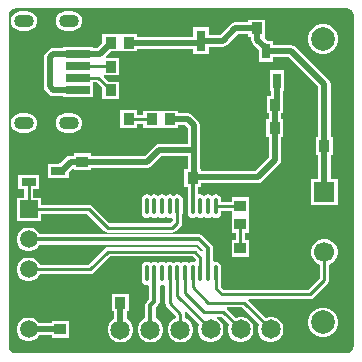
<source format=gtl>
G04*
G04 #@! TF.GenerationSoftware,Altium Limited,Altium Designer,21.6.1 (37)*
G04*
G04 Layer_Physical_Order=1*
G04 Layer_Color=16711680*
%FSLAX25Y25*%
%MOIN*%
G70*
G04*
G04 #@! TF.SameCoordinates,623A30CF-433B-4B46-B165-7DC5B4DDAD39*
G04*
G04*
G04 #@! TF.FilePolarity,Positive*
G04*
G01*
G75*
%ADD10C,0.01000*%
%ADD34R,0.03661X0.03858*%
%ADD35R,0.03858X0.03661*%
%ADD36R,0.04921X0.02756*%
%ADD37R,0.07874X0.03150*%
%ADD38R,0.07874X0.02992*%
%ADD39R,0.07874X0.02756*%
%ADD40R,0.02756X0.04921*%
%ADD41O,0.03150X0.07087*%
%ADD42R,0.03150X0.07087*%
%ADD43O,0.01378X0.05906*%
%ADD44C,0.01968*%
%ADD45C,0.01378*%
%ADD46R,0.06693X0.06693*%
%ADD47C,0.06693*%
%ADD48C,0.07874*%
%ADD49O,0.06693X0.04331*%
%ADD50C,0.05906*%
%ADD51R,0.05906X0.05906*%
%ADD52R,0.06496X0.06496*%
%ADD53C,0.06496*%
%ADD54C,0.01968*%
G36*
X115105Y116422D02*
X115894Y115894D01*
X116422Y115105D01*
X116594Y114239D01*
X116581Y114173D01*
Y3937D01*
X116594Y3871D01*
X116422Y3006D01*
X115894Y2216D01*
X115105Y1688D01*
X114239Y1516D01*
X114173Y1529D01*
X3937D01*
X3871Y1516D01*
X3006Y1688D01*
X2216Y2216D01*
X1688Y3006D01*
X1516Y3871D01*
X1529Y3937D01*
Y114173D01*
X1516Y114239D01*
X1688Y115105D01*
X2216Y115894D01*
X3006Y116422D01*
X3871Y116594D01*
X3937Y116581D01*
X114173D01*
X114239Y116594D01*
X115105Y116422D01*
D02*
G37*
%LPC*%
G36*
X22742Y115508D02*
X20380D01*
X19553Y115400D01*
X18783Y115081D01*
X18122Y114573D01*
X17615Y113912D01*
X17296Y113142D01*
X17187Y112316D01*
X17296Y111489D01*
X17615Y110719D01*
X18122Y110058D01*
X18783Y109551D01*
X19553Y109232D01*
X20380Y109123D01*
X22742D01*
X23568Y109232D01*
X24338Y109551D01*
X24999Y110058D01*
X25507Y110719D01*
X25826Y111489D01*
X25934Y112316D01*
X25826Y113142D01*
X25507Y113912D01*
X24999Y114573D01*
X24338Y115081D01*
X23568Y115400D01*
X22742Y115508D01*
D02*
G37*
G36*
X7781D02*
X5419D01*
X4593Y115400D01*
X3823Y115081D01*
X3161Y114573D01*
X2654Y113912D01*
X2335Y113142D01*
X2226Y112316D01*
X2335Y111489D01*
X2654Y110719D01*
X3161Y110058D01*
X3823Y109551D01*
X4593Y109232D01*
X5419Y109123D01*
X7781D01*
X8607Y109232D01*
X9377Y109551D01*
X10039Y110058D01*
X10546Y110719D01*
X10865Y111489D01*
X10974Y112316D01*
X10865Y113142D01*
X10546Y113912D01*
X10039Y114573D01*
X9377Y115081D01*
X8607Y115400D01*
X7781Y115508D01*
D02*
G37*
G36*
X87073Y112763D02*
X81411D01*
Y111857D01*
X77034D01*
X76260Y111703D01*
X75603Y111265D01*
X72103Y107764D01*
X68185D01*
Y110284D01*
X63035D01*
Y107092D01*
X44414D01*
Y107998D01*
X38851D01*
X38753Y107998D01*
X38351D01*
X38253Y107998D01*
X32690D01*
Y105000D01*
X31005Y103315D01*
X29647D01*
Y103788D01*
X19773D01*
Y103315D01*
X16453D01*
X15679Y103161D01*
X15023Y102723D01*
X13869Y101570D01*
X13431Y100913D01*
X13277Y100139D01*
Y90477D01*
X13431Y89702D01*
X13869Y89046D01*
X15023Y87893D01*
X15679Y87454D01*
X16453Y87300D01*
X19773D01*
Y86828D01*
X29647D01*
Y91810D01*
X30822D01*
X32690Y89943D01*
Y86247D01*
X38351D01*
Y92106D01*
X34853D01*
X33227Y93731D01*
X33418Y94193D01*
X38351D01*
Y100051D01*
X34116D01*
X33925Y100514D01*
X35551Y102139D01*
X38253D01*
X38351Y102139D01*
X38753D01*
X38851Y102139D01*
X44414D01*
Y103045D01*
X63035D01*
Y101198D01*
X68185D01*
Y103718D01*
X72941D01*
X73715Y103872D01*
X74371Y104310D01*
X77872Y107811D01*
X81411D01*
Y106905D01*
X82425D01*
Y106105D01*
X82579Y105331D01*
X83018Y104675D01*
X84895Y102797D01*
Y98737D01*
X89651D01*
Y100174D01*
X94964D01*
X104777Y90362D01*
Y73529D01*
X103969D01*
Y67671D01*
X104777D01*
Y59547D01*
X102453D01*
Y50854D01*
X111146D01*
Y59547D01*
X108823D01*
Y67671D01*
X109631D01*
Y73529D01*
X108823D01*
Y91200D01*
X108669Y91974D01*
X108230Y92631D01*
X97233Y103628D01*
X96577Y104067D01*
X95802Y104221D01*
X89651D01*
Y105658D01*
X87757D01*
X86908Y106507D01*
X87073Y106905D01*
X87073D01*
Y112763D01*
D02*
G37*
G36*
X106949Y111236D02*
X105649D01*
X104394Y110900D01*
X103268Y110250D01*
X102349Y109331D01*
X101699Y108205D01*
X101362Y106949D01*
Y105649D01*
X101699Y104394D01*
X102349Y103268D01*
X103268Y102349D01*
X104394Y101699D01*
X105649Y101362D01*
X106949D01*
X108205Y101699D01*
X109331Y102349D01*
X110250Y103268D01*
X110900Y104394D01*
X111236Y105649D01*
Y106949D01*
X110900Y108205D01*
X110250Y109331D01*
X109331Y110250D01*
X108205Y110900D01*
X106949Y111236D01*
D02*
G37*
G36*
X22742Y81493D02*
X20380D01*
X19553Y81384D01*
X18783Y81065D01*
X18122Y80558D01*
X17615Y79896D01*
X17296Y79126D01*
X17187Y78300D01*
X17296Y77474D01*
X17615Y76704D01*
X18122Y76042D01*
X18783Y75535D01*
X19553Y75216D01*
X20380Y75107D01*
X22742D01*
X23568Y75216D01*
X24338Y75535D01*
X24999Y76042D01*
X25507Y76704D01*
X25826Y77474D01*
X25934Y78300D01*
X25826Y79126D01*
X25507Y79896D01*
X24999Y80558D01*
X24338Y81065D01*
X23568Y81384D01*
X22742Y81493D01*
D02*
G37*
G36*
X7781D02*
X5419D01*
X4593Y81384D01*
X3823Y81065D01*
X3161Y80558D01*
X2654Y79896D01*
X2335Y79126D01*
X2226Y78300D01*
X2335Y77474D01*
X2654Y76704D01*
X3161Y76042D01*
X3823Y75535D01*
X4593Y75216D01*
X5419Y75107D01*
X7781D01*
X8607Y75216D01*
X9377Y75535D01*
X10039Y76042D01*
X10546Y76704D01*
X10865Y77474D01*
X10974Y78300D01*
X10865Y79126D01*
X10546Y79896D01*
X10039Y80558D01*
X9377Y81065D01*
X8607Y81384D01*
X7781Y81493D01*
D02*
G37*
G36*
X93392Y95816D02*
X88636D01*
Y88894D01*
X88990D01*
Y87354D01*
X87474D01*
Y81496D01*
X88282D01*
Y79642D01*
X87401D01*
Y73783D01*
X88308D01*
Y66869D01*
X83668Y62230D01*
X65724D01*
Y62829D01*
X65223D01*
Y69300D01*
Y77600D01*
X65069Y78374D01*
X64631Y79031D01*
X62731Y80931D01*
X62074Y81369D01*
X61300Y81523D01*
X58062D01*
Y82429D01*
X52499D01*
X52401Y82429D01*
X51999D01*
X51901Y82429D01*
X46338D01*
Y81029D01*
X44462D01*
Y82529D01*
X38801D01*
Y76671D01*
X44462D01*
Y77971D01*
X46338D01*
Y76571D01*
X51901D01*
X51999Y76571D01*
X52401D01*
X52499Y76571D01*
X58062D01*
Y77477D01*
X60462D01*
X61177Y76762D01*
Y71323D01*
X51600D01*
X50826Y71169D01*
X50169Y70731D01*
X46894Y67455D01*
X29062D01*
Y68262D01*
X23204D01*
Y67455D01*
X22231D01*
X21457Y67301D01*
X20801Y66862D01*
X18756Y64817D01*
X18436D01*
X18241Y64778D01*
X14582D01*
Y60022D01*
X21503D01*
Y61842D01*
X22704Y63043D01*
X23204Y62836D01*
Y62601D01*
X29062D01*
Y63408D01*
X47732D01*
X48506Y63562D01*
X49162Y64001D01*
X52438Y67277D01*
X61177D01*
Y62829D01*
X60063D01*
Y56971D01*
X61172D01*
Y52854D01*
Y48327D01*
X61303Y47668D01*
X61676Y47109D01*
X62235Y46736D01*
X62894Y46605D01*
X63553Y46736D01*
X63781Y46888D01*
X64173Y47079D01*
X64565Y46888D01*
X64794Y46736D01*
X65453Y46605D01*
X66112Y46736D01*
X66340Y46888D01*
X66732Y47079D01*
X67124Y46888D01*
X67353Y46736D01*
X68012Y46605D01*
X68671Y46736D01*
X68899Y46888D01*
X69291Y47079D01*
X69683Y46888D01*
X69912Y46736D01*
X70571Y46605D01*
X71230Y46736D01*
X71789Y47109D01*
X72162Y47668D01*
X72293Y48327D01*
Y49061D01*
X75852D01*
Y47927D01*
X75852Y47828D01*
Y47427D01*
X75852Y47328D01*
Y41765D01*
X77251D01*
Y39462D01*
X75852D01*
Y33801D01*
X81710D01*
Y39462D01*
X80310D01*
Y41765D01*
X81710D01*
Y47328D01*
X81710Y47427D01*
Y47828D01*
X81710Y47927D01*
Y53490D01*
X75852D01*
Y52120D01*
X72293D01*
Y52854D01*
X72162Y53513D01*
X71789Y54072D01*
X71230Y54445D01*
X70571Y54576D01*
X69912Y54445D01*
X69683Y54293D01*
X69291Y54102D01*
X68899Y54293D01*
X68671Y54445D01*
X68012Y54576D01*
X67353Y54445D01*
X67124Y54293D01*
X66732Y54102D01*
X66340Y54293D01*
X66112Y54445D01*
X65453Y54576D01*
X65116Y54509D01*
X64616Y54882D01*
Y56971D01*
X65724D01*
Y58183D01*
X84506D01*
X85281Y58337D01*
X85937Y58776D01*
X91762Y64601D01*
X92201Y65257D01*
X92355Y66031D01*
Y73783D01*
X93062D01*
Y79642D01*
X92328D01*
Y81496D01*
X93136D01*
Y87354D01*
X93037D01*
Y88894D01*
X93392D01*
Y95816D01*
D02*
G37*
G36*
X11661Y61038D02*
X4739D01*
Y56282D01*
X6671D01*
Y53464D01*
X4247D01*
Y45558D01*
X12153D01*
Y47982D01*
X27656D01*
X33419Y42219D01*
X33915Y41887D01*
X34500Y41771D01*
X56100D01*
X56685Y41887D01*
X57181Y42219D01*
X58857Y43894D01*
X59188Y44390D01*
X59305Y44976D01*
Y47576D01*
X59367Y47668D01*
X59498Y48327D01*
Y52854D01*
X59367Y53513D01*
X58993Y54072D01*
X58435Y54445D01*
X57776Y54576D01*
X57117Y54445D01*
X56558Y54072D01*
X56434D01*
X55875Y54445D01*
X55216Y54576D01*
X54558Y54445D01*
X54329Y54293D01*
X53937Y54102D01*
X53545Y54293D01*
X53316Y54445D01*
X52658Y54576D01*
X51999Y54445D01*
X51770Y54293D01*
X51378Y54102D01*
X50986Y54293D01*
X50757Y54445D01*
X50098Y54576D01*
X49439Y54445D01*
X49211Y54293D01*
X48819Y54102D01*
X48427Y54293D01*
X48198Y54445D01*
X47539Y54576D01*
X46880Y54445D01*
X46322Y54072D01*
X45948Y53513D01*
X45817Y52854D01*
Y48327D01*
X45948Y47668D01*
X46322Y47109D01*
X46880Y46736D01*
X47539Y46605D01*
X48198Y46736D01*
X48427Y46888D01*
X48819Y47079D01*
X49211Y46888D01*
X49439Y46736D01*
X50098Y46605D01*
X50757Y46736D01*
X50986Y46888D01*
X51378Y47079D01*
X51770Y46888D01*
X51999Y46736D01*
X52658Y46605D01*
X53316Y46736D01*
X53545Y46888D01*
X53937Y47079D01*
X54329Y46888D01*
X54558Y46736D01*
X55216Y46605D01*
X55746Y46710D01*
X56246Y46428D01*
Y45609D01*
X55467Y44829D01*
X35133D01*
X29371Y50592D01*
X28874Y50924D01*
X28289Y51040D01*
X12153D01*
Y53464D01*
X9729D01*
Y56282D01*
X11661D01*
Y61038D01*
D02*
G37*
G36*
X8720Y43464D02*
X7680D01*
X6674Y43194D01*
X5773Y42674D01*
X5037Y41938D01*
X4517Y41036D01*
X4247Y40031D01*
Y38990D01*
X4517Y37985D01*
X5037Y37084D01*
X5773Y36348D01*
X6674Y35827D01*
X7680Y35558D01*
X8720D01*
X9726Y35827D01*
X10627Y36348D01*
X11363Y37084D01*
X11770Y37789D01*
X64276D01*
X66176Y35888D01*
X66143Y35627D01*
X65615Y35448D01*
X64581Y36481D01*
X64085Y36813D01*
X63500Y36929D01*
X34600D01*
X34015Y36813D01*
X33519Y36481D01*
X28077Y31040D01*
X11881D01*
X11363Y31938D01*
X10627Y32674D01*
X9726Y33194D01*
X8720Y33464D01*
X7680D01*
X6674Y33194D01*
X5773Y32674D01*
X5037Y31938D01*
X4517Y31036D01*
X4247Y30031D01*
Y28990D01*
X4517Y27985D01*
X5037Y27084D01*
X5773Y26348D01*
X6674Y25828D01*
X7680Y25558D01*
X8720D01*
X9726Y25828D01*
X10627Y26348D01*
X11363Y27084D01*
X11881Y27981D01*
X28711D01*
X29296Y28098D01*
X29792Y28429D01*
X35234Y33871D01*
X62866D01*
X63923Y32814D01*
Y32312D01*
X63423Y32030D01*
X62894Y32135D01*
X62235Y32004D01*
X61676Y31631D01*
X61552D01*
X60994Y32004D01*
X60335Y32135D01*
X59676Y32004D01*
X59117Y31631D01*
X58993D01*
X58435Y32004D01*
X57776Y32135D01*
X57117Y32004D01*
X56558Y31631D01*
X56434D01*
X55875Y32004D01*
X55216Y32135D01*
X54558Y32004D01*
X53999Y31631D01*
X53875D01*
X53316Y32004D01*
X52658Y32135D01*
X51999Y32004D01*
X51440Y31631D01*
X51316D01*
X50757Y32004D01*
X50098Y32135D01*
X49439Y32004D01*
X49211Y31852D01*
X48819Y31661D01*
X48427Y31852D01*
X48198Y32004D01*
X47539Y32135D01*
X46880Y32004D01*
X46322Y31631D01*
X45948Y31072D01*
X45817Y30413D01*
Y25886D01*
X45948Y25227D01*
X46322Y24668D01*
X46880Y24295D01*
X47539Y24164D01*
X47876Y24231D01*
X48376Y23858D01*
Y19512D01*
X47583Y18718D01*
X47209Y18159D01*
X47078Y17500D01*
Y13326D01*
X46192Y12814D01*
X45401Y12024D01*
X44842Y11055D01*
X44552Y9974D01*
Y8856D01*
X44842Y7775D01*
X45401Y6807D01*
X46192Y6016D01*
X47161Y5457D01*
X48241Y5167D01*
X49360D01*
X50440Y5457D01*
X51409Y6016D01*
X52200Y6807D01*
X52759Y7775D01*
X53048Y8856D01*
Y9974D01*
X52759Y11055D01*
X52200Y12024D01*
X51409Y12814D01*
X50522Y13326D01*
Y16787D01*
X51316Y17581D01*
X51689Y18139D01*
X51820Y18798D01*
Y23858D01*
X52320Y24231D01*
X52658Y24164D01*
X53187Y24269D01*
X53687Y23987D01*
Y18183D01*
X53804Y17598D01*
X54135Y17102D01*
X57271Y13966D01*
Y13403D01*
X57161Y13374D01*
X56192Y12814D01*
X55401Y12024D01*
X54842Y11055D01*
X54552Y9974D01*
Y8856D01*
X54842Y7775D01*
X55401Y6807D01*
X56192Y6016D01*
X57161Y5457D01*
X58241Y5167D01*
X59360D01*
X60440Y5457D01*
X61409Y6016D01*
X62199Y6807D01*
X62759Y7775D01*
X63048Y8856D01*
Y9974D01*
X62759Y11055D01*
X62199Y12024D01*
X61409Y12814D01*
X60440Y13374D01*
X60330Y13403D01*
Y14600D01*
X60213Y15185D01*
X60024Y15469D01*
X60412Y15787D01*
X64950Y11249D01*
X64893Y11151D01*
X64604Y10070D01*
Y8952D01*
X64893Y7871D01*
X65452Y6903D01*
X66243Y6112D01*
X67212Y5552D01*
X68292Y5263D01*
X69411D01*
X70491Y5552D01*
X71460Y6112D01*
X72251Y6903D01*
X72810Y7871D01*
X73100Y8952D01*
Y10070D01*
X72810Y11151D01*
X72251Y12119D01*
X71460Y12910D01*
X70836Y13271D01*
X70969Y13771D01*
X72429D01*
X74950Y11249D01*
X74893Y11151D01*
X74603Y10070D01*
Y8952D01*
X74893Y7871D01*
X75452Y6903D01*
X76243Y6112D01*
X77212Y5552D01*
X78292Y5263D01*
X79411D01*
X80491Y5552D01*
X81460Y6112D01*
X82251Y6903D01*
X82810Y7871D01*
X83100Y8952D01*
Y10070D01*
X82810Y11151D01*
X82251Y12119D01*
X81460Y12910D01*
X80491Y13469D01*
X79411Y13759D01*
X78292D01*
X77212Y13469D01*
X77113Y13412D01*
X74155Y16371D01*
X74156Y16417D01*
X74312Y16871D01*
X79329D01*
X84950Y11249D01*
X84893Y11151D01*
X84604Y10070D01*
Y8952D01*
X84893Y7871D01*
X85452Y6903D01*
X86243Y6112D01*
X87212Y5552D01*
X88292Y5263D01*
X89411D01*
X90491Y5552D01*
X91460Y6112D01*
X92251Y6903D01*
X92810Y7871D01*
X93100Y8952D01*
Y10070D01*
X92810Y11151D01*
X92251Y12119D01*
X91460Y12910D01*
X90491Y13469D01*
X89411Y13759D01*
X88292D01*
X87212Y13469D01*
X87113Y13412D01*
X81355Y19171D01*
X81562Y19671D01*
X101900D01*
X102485Y19787D01*
X102981Y20119D01*
X107881Y25019D01*
X108213Y25515D01*
X108329Y26100D01*
Y31110D01*
X108478Y31150D01*
X109469Y31722D01*
X110278Y32531D01*
X110850Y33522D01*
X111146Y34628D01*
Y35772D01*
X110850Y36878D01*
X110278Y37869D01*
X109469Y38678D01*
X108478Y39250D01*
X107372Y39546D01*
X106228D01*
X105122Y39250D01*
X104131Y38678D01*
X103322Y37869D01*
X102750Y36878D01*
X102453Y35772D01*
Y34628D01*
X102750Y33522D01*
X103322Y32531D01*
X104131Y31722D01*
X105122Y31150D01*
X105271Y31110D01*
Y26733D01*
X101267Y22729D01*
X73133D01*
X72170Y23693D01*
Y25267D01*
X72293Y25886D01*
Y30413D01*
X72162Y31072D01*
X71789Y31631D01*
X71230Y32004D01*
X70571Y32135D01*
X70234Y32068D01*
X69734Y32441D01*
Y36488D01*
X69603Y37147D01*
X69230Y37706D01*
X66207Y40729D01*
X65648Y41102D01*
X64989Y41233D01*
X11770D01*
X11363Y41938D01*
X10627Y42674D01*
X9726Y43194D01*
X8720Y43464D01*
D02*
G37*
G36*
X106949Y16748D02*
X105649D01*
X104394Y16412D01*
X103268Y15762D01*
X102349Y14842D01*
X101699Y13717D01*
X101362Y12461D01*
Y11161D01*
X101699Y9905D01*
X102349Y8780D01*
X103268Y7860D01*
X104394Y7210D01*
X105649Y6874D01*
X106949D01*
X108205Y7210D01*
X109331Y7860D01*
X110250Y8780D01*
X110900Y9905D01*
X111236Y11161D01*
Y12461D01*
X110900Y13717D01*
X110250Y14842D01*
X109331Y15762D01*
X108205Y16412D01*
X106949Y16748D01*
D02*
G37*
G36*
X8720Y13464D02*
X7680D01*
X6674Y13194D01*
X5773Y12674D01*
X5037Y11938D01*
X4517Y11037D01*
X4247Y10031D01*
Y8990D01*
X4517Y7985D01*
X5037Y7084D01*
X5773Y6348D01*
X6674Y5827D01*
X7680Y5558D01*
X8720D01*
X9726Y5827D01*
X10627Y6348D01*
X11363Y7084D01*
X11596Y7488D01*
X15871D01*
Y6680D01*
X21729D01*
Y12342D01*
X15871D01*
Y11534D01*
X11596D01*
X11363Y11938D01*
X10627Y12674D01*
X9726Y13194D01*
X8720Y13464D01*
D02*
G37*
G36*
X41631Y21329D02*
X35969D01*
Y15471D01*
X36777D01*
Y13152D01*
X36192Y12814D01*
X35401Y12024D01*
X34842Y11055D01*
X34552Y9974D01*
Y8856D01*
X34842Y7775D01*
X35401Y6807D01*
X36192Y6016D01*
X37161Y5457D01*
X38241Y5167D01*
X39360D01*
X40440Y5457D01*
X41409Y6016D01*
X42200Y6807D01*
X42759Y7775D01*
X43048Y8856D01*
Y9974D01*
X42759Y11055D01*
X42200Y12024D01*
X41409Y12814D01*
X40823Y13152D01*
Y15471D01*
X41631D01*
Y21329D01*
D02*
G37*
%LPD*%
D10*
X72500Y21200D02*
X101900D01*
X70640Y23060D02*
Y28080D01*
Y23060D02*
X72500Y21200D01*
X101900D02*
X106800Y26100D01*
X79962Y18400D02*
X88851Y9511D01*
X68000Y18400D02*
X79962D01*
X62894Y23506D02*
X68000Y18400D01*
X66800Y15300D02*
X73062D01*
X78851Y9511D01*
X60335Y21765D02*
X66800Y15300D01*
X41732Y79500D02*
X49169D01*
X41631Y79600D02*
X41732Y79500D01*
X106800Y26100D02*
Y35200D01*
X78781Y36632D02*
Y44596D01*
X70571Y28150D02*
X70640Y28080D01*
X78713Y50590D02*
X78781Y50659D01*
X70571Y50590D02*
X78713D01*
X34600Y35400D02*
X63500D01*
X8200Y29511D02*
X28711D01*
X34600Y35400D01*
X8200Y49511D02*
X28289D01*
X34500Y43300D02*
X56100D01*
X28289Y49511D02*
X34500Y43300D01*
X63500Y35400D02*
X65453Y33447D01*
Y28150D02*
Y33447D01*
X56100Y43300D02*
X57776Y44976D01*
Y50590D01*
X8200Y49511D02*
Y58660D01*
X60335Y21765D02*
Y28150D01*
X55216Y18183D02*
X58800Y14600D01*
Y9415D02*
Y14600D01*
X55216Y18183D02*
Y28150D01*
X62894Y23506D02*
Y28150D01*
X57776Y20587D02*
Y28150D01*
Y20587D02*
X68852Y9511D01*
X24710Y97276D02*
X35520D01*
X35520Y97276D01*
X31456Y93339D02*
X35520Y89275D01*
Y89176D02*
Y89275D01*
X24710Y93339D02*
X31456D01*
D34*
X35568Y79600D02*
D03*
X41631D02*
D03*
X55231Y79500D02*
D03*
X49169D02*
D03*
X90305Y84425D02*
D03*
X84242D02*
D03*
Y109834D02*
D03*
X90305D02*
D03*
X35520Y105069D02*
D03*
X41583D02*
D03*
Y97122D02*
D03*
X35520D02*
D03*
X41583Y89176D02*
D03*
X35520D02*
D03*
X90232Y76713D02*
D03*
X84168D02*
D03*
X62894Y59900D02*
D03*
X56831D02*
D03*
X38800Y18400D02*
D03*
X32737D02*
D03*
X106800Y70600D02*
D03*
X100737D02*
D03*
D35*
X78781Y30569D02*
D03*
Y36632D02*
D03*
Y50659D02*
D03*
Y44596D02*
D03*
X26133Y65431D02*
D03*
Y59368D02*
D03*
X18800Y15574D02*
D03*
Y9511D02*
D03*
D36*
X18043Y62400D02*
D03*
X8200Y58660D02*
D03*
Y66140D02*
D03*
D37*
X24710Y84481D02*
D03*
Y106135D02*
D03*
D38*
Y89324D02*
D03*
Y101292D02*
D03*
D39*
Y93339D02*
D03*
Y97276D02*
D03*
D40*
X87274Y102198D02*
D03*
X91014Y92355D02*
D03*
X83533D02*
D03*
D41*
X65610Y84875D02*
D03*
D42*
Y105741D02*
D03*
D43*
X47539Y28150D02*
D03*
X50098D02*
D03*
X52658D02*
D03*
X55216D02*
D03*
X57776D02*
D03*
X60335D02*
D03*
X62894D02*
D03*
X65453D02*
D03*
X68012D02*
D03*
X70571D02*
D03*
X47539Y50590D02*
D03*
X50098D02*
D03*
X52658D02*
D03*
X55216D02*
D03*
X57776D02*
D03*
X60335D02*
D03*
X62894D02*
D03*
X65453D02*
D03*
X68012D02*
D03*
X70571D02*
D03*
D44*
X61300Y79500D02*
X63200Y77600D01*
X55231Y79500D02*
X61300D01*
X63200Y69300D02*
Y77600D01*
X47732Y65431D02*
X51600Y69300D01*
X32500Y65431D02*
X47732D01*
X51600Y69300D02*
X63200D01*
Y60206D02*
Y69300D01*
X90305Y76500D02*
Y84425D01*
X84506Y60206D02*
X90332Y66031D01*
X63200Y60206D02*
X84506D01*
X90332Y66031D02*
Y76613D01*
X106800Y55200D02*
Y70600D01*
Y91200D01*
X95802Y102198D02*
X106800Y91200D01*
X77034Y109834D02*
X84242D01*
X72941Y105741D02*
X77034Y109834D01*
X65610Y105741D02*
X72941D01*
X84242Y109834D02*
X84448Y109627D01*
Y106105D02*
Y109627D01*
Y106105D02*
X86880Y103674D01*
X87274Y102198D02*
X95802D01*
X87274D02*
Y103280D01*
X86880Y103674D02*
X86880D01*
X87274Y103280D01*
X26133Y65431D02*
X32500D01*
X22231D02*
X26133D01*
X18436Y62794D02*
X19594D01*
X18043Y62400D02*
X18436Y62794D01*
X19594D02*
X22231Y65431D01*
X38800Y18400D02*
X38800Y18400D01*
Y9415D02*
Y18400D01*
X8200Y9511D02*
X18800D01*
X91014Y85139D02*
Y92355D01*
X41583Y105069D02*
X64938D01*
X65610Y105741D01*
X16453Y101292D02*
X24710D01*
X15300Y90477D02*
Y100139D01*
X16453Y89324D02*
X24710D01*
X15300Y90477D02*
X16453Y89324D01*
X15300Y100139D02*
X16453Y101292D01*
X35520Y104970D02*
Y105069D01*
X24710Y101292D02*
X31842D01*
X35520Y104970D01*
D45*
X8200Y39511D02*
X64989D01*
X68012Y28150D02*
Y36488D01*
X64989Y39511D02*
X68012Y36488D01*
X50098Y18798D02*
Y28150D01*
X48800Y17500D02*
X50098Y18798D01*
X48800Y9415D02*
Y17500D01*
X62894Y50590D02*
Y59900D01*
D46*
X106800Y55200D02*
D03*
D47*
Y45200D02*
D03*
Y35200D02*
D03*
D48*
X106299Y106299D02*
D03*
Y11811D02*
D03*
D49*
X21561Y78300D02*
D03*
Y112316D02*
D03*
X6600D02*
D03*
Y78300D02*
D03*
D50*
X8200Y9511D02*
D03*
Y19511D02*
D03*
Y29511D02*
D03*
Y39511D02*
D03*
D51*
Y49511D02*
D03*
D52*
X28800Y9425D02*
D03*
D53*
X68852Y9511D02*
D03*
X78851D02*
D03*
X88851D02*
D03*
X58800Y9415D02*
D03*
X48800D02*
D03*
X38800D02*
D03*
D54*
X85400Y30500D02*
D03*
X68200Y44000D02*
D03*
X63100D02*
D03*
X33000Y25500D02*
D03*
X50500Y60200D02*
D03*
X38200Y59200D02*
D03*
X33000D02*
D03*
X12000Y72000D02*
D03*
X6800D02*
D03*
X7300Y98400D02*
D03*
Y93200D02*
D03*
Y88000D02*
D03*
X48500Y94300D02*
D03*
Y89000D02*
D03*
X100000Y81100D02*
D03*
Y76800D02*
D03*
X78500Y74400D02*
D03*
Y78600D02*
D03*
Y82800D02*
D03*
X32500Y65431D02*
D03*
M02*

</source>
